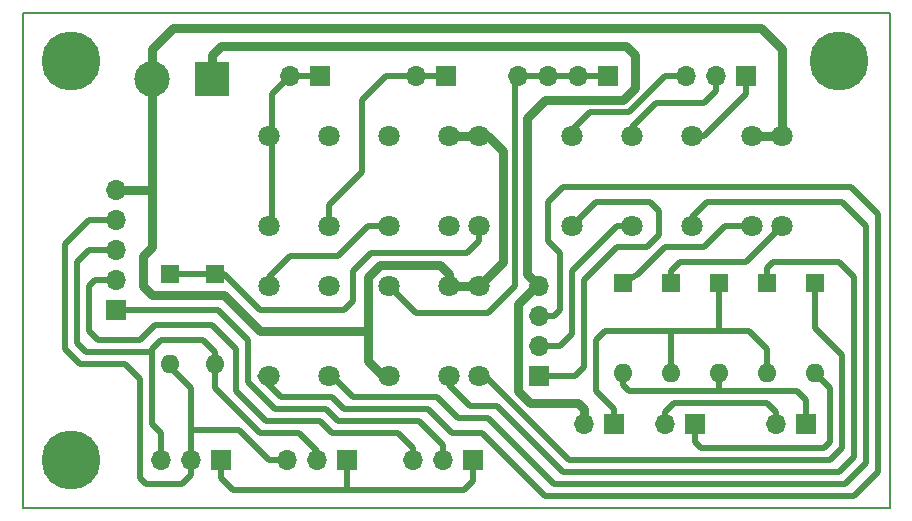
<source format=gbl>
G04 #@! TF.GenerationSoftware,KiCad,Pcbnew,5.0.2-bee76a0~70~ubuntu18.04.1*
G04 #@! TF.CreationDate,2020-04-21T14:12:21+02:00*
G04 #@! TF.ProjectId,FeuMontagne,4665754d-6f6e-4746-9167-6e652e6b6963,rev?*
G04 #@! TF.SameCoordinates,Original*
G04 #@! TF.FileFunction,Copper,L2,Bot*
G04 #@! TF.FilePolarity,Positive*
%FSLAX46Y46*%
G04 Gerber Fmt 4.6, Leading zero omitted, Abs format (unit mm)*
G04 Created by KiCad (PCBNEW 5.0.2-bee76a0~70~ubuntu18.04.1) date mar. 21 avril 2020 14:12:21 CEST*
%MOMM*%
%LPD*%
G01*
G04 APERTURE LIST*
G04 #@! TA.AperFunction,NonConductor*
%ADD10C,0.150000*%
G04 #@! TD*
G04 #@! TA.AperFunction,ComponentPad*
%ADD11O,1.600000X1.600000*%
G04 #@! TD*
G04 #@! TA.AperFunction,ComponentPad*
%ADD12R,1.600000X1.600000*%
G04 #@! TD*
G04 #@! TA.AperFunction,ComponentPad*
%ADD13R,1.700000X1.700000*%
G04 #@! TD*
G04 #@! TA.AperFunction,ComponentPad*
%ADD14O,1.700000X1.700000*%
G04 #@! TD*
G04 #@! TA.AperFunction,ComponentPad*
%ADD15R,3.000000X3.000000*%
G04 #@! TD*
G04 #@! TA.AperFunction,ComponentPad*
%ADD16C,3.000000*%
G04 #@! TD*
G04 #@! TA.AperFunction,ComponentPad*
%ADD17C,1.800000*%
G04 #@! TD*
G04 #@! TA.AperFunction,ComponentPad*
%ADD18C,5.000000*%
G04 #@! TD*
G04 #@! TA.AperFunction,Conductor*
%ADD19C,0.500000*%
G04 #@! TD*
G04 #@! TA.AperFunction,Conductor*
%ADD20C,0.250000*%
G04 #@! TD*
G04 #@! TA.AperFunction,Conductor*
%ADD21C,0.750000*%
G04 #@! TD*
G04 APERTURE END LIST*
D10*
X169672000Y-73914000D02*
X96266000Y-73914000D01*
X169672000Y-115824000D02*
X169672000Y-73914000D01*
X96266000Y-115824000D02*
X169672000Y-115824000D01*
X96266000Y-73914000D02*
X96266000Y-115824000D01*
D11*
G04 #@! TO.P,D1,2*
G04 #@! TO.N,Net-(D1-Pad2)*
X108712000Y-103632000D03*
D12*
G04 #@! TO.P,D1,1*
G04 #@! TO.N,Net-(D1-Pad1)*
X108712000Y-96012000D03*
G04 #@! TD*
D11*
G04 #@! TO.P,D2,2*
G04 #@! TO.N,Net-(D2-Pad2)*
X112522000Y-103632000D03*
D12*
G04 #@! TO.P,D2,1*
G04 #@! TO.N,Net-(D1-Pad1)*
X112522000Y-96012000D03*
G04 #@! TD*
D11*
G04 #@! TO.P,D3,2*
G04 #@! TO.N,Net-(D3-Pad2)*
X151130000Y-104394000D03*
D12*
G04 #@! TO.P,D3,1*
G04 #@! TO.N,Net-(D3-Pad1)*
X151130000Y-96774000D03*
G04 #@! TD*
G04 #@! TO.P,D4,1*
G04 #@! TO.N,Net-(D4-Pad1)*
X147066000Y-96774000D03*
D11*
G04 #@! TO.P,D4,2*
G04 #@! TO.N,Net-(D4-Pad2)*
X147066000Y-104394000D03*
G04 #@! TD*
D12*
G04 #@! TO.P,D5,1*
G04 #@! TO.N,Net-(D5-Pad1)*
X163322000Y-96774000D03*
D11*
G04 #@! TO.P,D5,2*
G04 #@! TO.N,Net-(D5-Pad2)*
X163322000Y-104394000D03*
G04 #@! TD*
D12*
G04 #@! TO.P,D6,1*
G04 #@! TO.N,Net-(D6-Pad1)*
X159258000Y-96774000D03*
D11*
G04 #@! TO.P,D6,2*
G04 #@! TO.N,Net-(D3-Pad2)*
X159258000Y-104394000D03*
G04 #@! TD*
D12*
G04 #@! TO.P,D7,1*
G04 #@! TO.N,Net-(D3-Pad2)*
X155194000Y-96774000D03*
D11*
G04 #@! TO.P,D7,2*
G04 #@! TO.N,Net-(D4-Pad2)*
X155194000Y-104394000D03*
G04 #@! TD*
D13*
G04 #@! TO.P,K1,1*
G04 #@! TO.N,Net-(K1-Pad1)*
X104140000Y-99060000D03*
D14*
G04 #@! TO.P,K1,2*
G04 #@! TO.N,Net-(K1-Pad2)*
X104140000Y-96520000D03*
G04 #@! TO.P,K1,3*
G04 #@! TO.N,Net-(D2-Pad2)*
X104140000Y-93980000D03*
G04 #@! TO.P,K1,4*
G04 #@! TO.N,Net-(D1-Pad2)*
X104140000Y-91440000D03*
G04 #@! TO.P,K1,5*
G04 #@! TO.N,Net-(K1-Pad5)*
X104140000Y-88900000D03*
G04 #@! TD*
D13*
G04 #@! TO.P,K2,1*
G04 #@! TO.N,Net-(K2-Pad1)*
X113030000Y-111760000D03*
D14*
G04 #@! TO.P,K2,2*
G04 #@! TO.N,Net-(D1-Pad2)*
X110490000Y-111760000D03*
G04 #@! TO.P,K2,3*
G04 #@! TO.N,Net-(D2-Pad2)*
X107950000Y-111760000D03*
G04 #@! TD*
D13*
G04 #@! TO.P,K3,1*
G04 #@! TO.N,Net-(K2-Pad1)*
X123698000Y-111760000D03*
D14*
G04 #@! TO.P,K3,2*
G04 #@! TO.N,Net-(D2-Pad2)*
X121158000Y-111760000D03*
G04 #@! TO.P,K3,3*
G04 #@! TO.N,Net-(D1-Pad2)*
X118618000Y-111760000D03*
G04 #@! TD*
G04 #@! TO.P,K4,3*
G04 #@! TO.N,Net-(K1-Pad2)*
X129286000Y-111760000D03*
G04 #@! TO.P,K4,2*
G04 #@! TO.N,Net-(K1-Pad1)*
X131826000Y-111760000D03*
D13*
G04 #@! TO.P,K4,1*
G04 #@! TO.N,Net-(K2-Pad1)*
X134366000Y-111760000D03*
G04 #@! TD*
D15*
G04 #@! TO.P,K5,1*
G04 #@! TO.N,Net-(K10-Pad4)*
X112268000Y-79502000D03*
D16*
G04 #@! TO.P,K5,2*
G04 #@! TO.N,Net-(K1-Pad5)*
X107188000Y-79502000D03*
G04 #@! TD*
D14*
G04 #@! TO.P,K6,3*
G04 #@! TO.N,Net-(K6-Pad3)*
X152400000Y-79248000D03*
G04 #@! TO.P,K6,2*
G04 #@! TO.N,Net-(K6-Pad2)*
X154940000Y-79248000D03*
D13*
G04 #@! TO.P,K6,1*
G04 #@! TO.N,Net-(K6-Pad1)*
X157480000Y-79248000D03*
G04 #@! TD*
G04 #@! TO.P,K7,1*
G04 #@! TO.N,Net-(K7-Pad1)*
X145796000Y-79248000D03*
D14*
G04 #@! TO.P,K7,2*
X143256000Y-79248000D03*
G04 #@! TO.P,K7,3*
X140716000Y-79248000D03*
G04 #@! TO.P,K7,4*
X138176000Y-79248000D03*
G04 #@! TD*
G04 #@! TO.P,K8,2*
G04 #@! TO.N,Net-(K8-Pad1)*
X129540000Y-79248000D03*
D13*
G04 #@! TO.P,K8,1*
X132080000Y-79248000D03*
G04 #@! TD*
G04 #@! TO.P,K9,1*
G04 #@! TO.N,Net-(K9-Pad1)*
X121412000Y-79248000D03*
D14*
G04 #@! TO.P,K9,2*
X118872000Y-79248000D03*
G04 #@! TD*
G04 #@! TO.P,K10,4*
G04 #@! TO.N,Net-(K10-Pad4)*
X139954000Y-97028000D03*
G04 #@! TO.P,K10,3*
G04 #@! TO.N,Net-(K10-Pad3)*
X139954000Y-99568000D03*
G04 #@! TO.P,K10,2*
G04 #@! TO.N,Net-(K10-Pad2)*
X139954000Y-102108000D03*
D13*
G04 #@! TO.P,K10,1*
G04 #@! TO.N,Net-(K10-Pad1)*
X139954000Y-104648000D03*
G04 #@! TD*
D14*
G04 #@! TO.P,K11,2*
G04 #@! TO.N,Net-(K10-Pad4)*
X143764000Y-108712000D03*
D13*
G04 #@! TO.P,K11,1*
G04 #@! TO.N,Net-(D3-Pad2)*
X146304000Y-108712000D03*
G04 #@! TD*
G04 #@! TO.P,K12,1*
G04 #@! TO.N,Net-(D4-Pad2)*
X162560000Y-108712000D03*
D14*
G04 #@! TO.P,K12,2*
G04 #@! TO.N,Net-(K12-Pad2)*
X160020000Y-108712000D03*
G04 #@! TD*
G04 #@! TO.P,K13,2*
G04 #@! TO.N,Net-(K12-Pad2)*
X150622000Y-108712000D03*
D13*
G04 #@! TO.P,K13,1*
G04 #@! TO.N,Net-(D5-Pad2)*
X153162000Y-108712000D03*
G04 #@! TD*
D17*
G04 #@! TO.P,RLY-A1,1*
G04 #@! TO.N,Net-(D3-Pad1)*
X160528000Y-91948000D03*
G04 #@! TO.P,RLY-A1,2*
G04 #@! TO.N,Net-(D4-Pad1)*
X157988000Y-91948000D03*
G04 #@! TO.P,RLY-A1,4*
G04 #@! TO.N,Net-(RLY-A1-Pad4)*
X152908000Y-91948000D03*
G04 #@! TO.P,RLY-A1,6*
G04 #@! TO.N,Net-(K10-Pad2)*
X147828000Y-91948000D03*
G04 #@! TO.P,RLY-A1,8*
G04 #@! TO.N,Net-(K10-Pad1)*
X142748000Y-91948000D03*
G04 #@! TO.P,RLY-A1,16*
G04 #@! TO.N,Net-(K1-Pad5)*
X160528000Y-84328000D03*
G04 #@! TO.P,RLY-A1,15*
X157988000Y-84328000D03*
G04 #@! TO.P,RLY-A1,13*
G04 #@! TO.N,Net-(K6-Pad1)*
X152908000Y-84328000D03*
G04 #@! TO.P,RLY-A1,11*
G04 #@! TO.N,Net-(K6-Pad2)*
X147828000Y-84328000D03*
G04 #@! TO.P,RLY-A1,9*
G04 #@! TO.N,Net-(K6-Pad3)*
X142748000Y-84328000D03*
G04 #@! TD*
G04 #@! TO.P,RLY-B1,9*
G04 #@! TO.N,Net-(RLY-B1-Pad9)*
X117094000Y-97028000D03*
G04 #@! TO.P,RLY-B1,11*
G04 #@! TO.N,Net-(RLY-B1-Pad11)*
X122174000Y-97028000D03*
G04 #@! TO.P,RLY-B1,13*
G04 #@! TO.N,Net-(K7-Pad1)*
X127254000Y-97028000D03*
G04 #@! TO.P,RLY-B1,15*
G04 #@! TO.N,Net-(K1-Pad5)*
X132334000Y-97028000D03*
G04 #@! TO.P,RLY-B1,16*
X134874000Y-97028000D03*
G04 #@! TO.P,RLY-B1,8*
G04 #@! TO.N,Net-(K10-Pad3)*
X117094000Y-104648000D03*
G04 #@! TO.P,RLY-B1,6*
G04 #@! TO.N,Net-(RLY-A1-Pad4)*
X122174000Y-104648000D03*
G04 #@! TO.P,RLY-B1,4*
G04 #@! TO.N,Net-(K1-Pad5)*
X127254000Y-104648000D03*
G04 #@! TO.P,RLY-B1,2*
G04 #@! TO.N,Net-(D6-Pad1)*
X132334000Y-104648000D03*
G04 #@! TO.P,RLY-B1,1*
G04 #@! TO.N,Net-(D5-Pad1)*
X134874000Y-104648000D03*
G04 #@! TD*
G04 #@! TO.P,RLY-C1,9*
G04 #@! TO.N,Net-(RLY-C1-Pad9)*
X117094000Y-84328000D03*
G04 #@! TO.P,RLY-C1,11*
G04 #@! TO.N,Net-(RLY-C1-Pad11)*
X122174000Y-84328000D03*
G04 #@! TO.P,RLY-C1,13*
G04 #@! TO.N,Net-(RLY-C1-Pad13)*
X127254000Y-84328000D03*
G04 #@! TO.P,RLY-C1,15*
G04 #@! TO.N,Net-(K1-Pad5)*
X132334000Y-84328000D03*
G04 #@! TO.P,RLY-C1,16*
X134874000Y-84328000D03*
G04 #@! TO.P,RLY-C1,8*
G04 #@! TO.N,Net-(K9-Pad1)*
X117094000Y-91948000D03*
G04 #@! TO.P,RLY-C1,6*
G04 #@! TO.N,Net-(K8-Pad1)*
X122174000Y-91948000D03*
G04 #@! TO.P,RLY-C1,4*
G04 #@! TO.N,Net-(RLY-B1-Pad9)*
X127254000Y-91948000D03*
G04 #@! TO.P,RLY-C1,2*
G04 #@! TO.N,Net-(RLY-C1-Pad2)*
X132334000Y-91948000D03*
G04 #@! TO.P,RLY-C1,1*
G04 #@! TO.N,Net-(D1-Pad1)*
X134874000Y-91948000D03*
G04 #@! TD*
D18*
G04 #@! TO.P,REF\002A\002A,1*
G04 #@! TO.N,N/C*
X100330000Y-111760000D03*
G04 #@! TD*
G04 #@! TO.P,REF\002A\002A,1*
G04 #@! TO.N,N/C*
X100330000Y-77978000D03*
G04 #@! TD*
G04 #@! TO.P,REF\002A\002A,1*
G04 #@! TO.N,N/C*
X165354000Y-77978000D03*
G04 #@! TD*
D19*
G04 #@! TO.N,Net-(D1-Pad2)*
X110490000Y-108458000D02*
X110490000Y-109220000D01*
X110490000Y-109220000D02*
X110490000Y-111760000D01*
X106680000Y-113792000D02*
X106172000Y-113284000D01*
X106172000Y-113284000D02*
X106172000Y-112014000D01*
X104140000Y-91440000D02*
X101854000Y-91440000D01*
X101854000Y-91440000D02*
X99822000Y-93472000D01*
X99822000Y-93472000D02*
X99822000Y-102362000D01*
X99822000Y-102362000D02*
X101092000Y-103632000D01*
X101092000Y-103632000D02*
X104902000Y-103632000D01*
X110490000Y-111760000D02*
X110490000Y-113030000D01*
X109728000Y-113792000D02*
X106680000Y-113792000D01*
X110490000Y-113030000D02*
X109728000Y-113792000D01*
X108712000Y-103632000D02*
X108712000Y-103886000D01*
X110490000Y-105664000D02*
X110490000Y-108458000D01*
X108712000Y-103886000D02*
X110490000Y-105664000D01*
X117094000Y-111760000D02*
X114554000Y-109220000D01*
X114554000Y-109220000D02*
X110490000Y-109220000D01*
X118618000Y-111760000D02*
X117094000Y-111760000D01*
X106172000Y-112014000D02*
X106172000Y-104902000D01*
X106172000Y-104902000D02*
X104902000Y-103632000D01*
G04 #@! TO.N,Net-(D1-Pad1)*
X134874000Y-91948000D02*
X134874000Y-93218000D01*
X123444000Y-99060000D02*
X118110000Y-99060000D01*
X124206000Y-98298000D02*
X123444000Y-99060000D01*
X124206000Y-95758000D02*
X124206000Y-98298000D01*
X125730000Y-94234000D02*
X124206000Y-95758000D01*
X133858000Y-94234000D02*
X125730000Y-94234000D01*
X134874000Y-93218000D02*
X133858000Y-94234000D01*
X118110000Y-99060000D02*
X116332000Y-99060000D01*
X113284000Y-96012000D02*
X112522000Y-96012000D01*
X115062000Y-97790000D02*
X113284000Y-96012000D01*
X116332000Y-99060000D02*
X115062000Y-97790000D01*
X108712000Y-96012000D02*
X112522000Y-96012000D01*
G04 #@! TO.N,Net-(D2-Pad2)*
X121158000Y-110998000D02*
X121158000Y-111760000D01*
X121158000Y-111760000D02*
X121158000Y-110998000D01*
X121158000Y-110998000D02*
X119634000Y-109474000D01*
X119634000Y-109474000D02*
X116332000Y-109474000D01*
X116332000Y-109474000D02*
X112522000Y-105664000D01*
X107188000Y-102616000D02*
X107188000Y-102362000D01*
X112522000Y-102616000D02*
X111506000Y-101600000D01*
X111506000Y-101600000D02*
X107950000Y-101600000D01*
X107950000Y-101600000D02*
X107188000Y-102362000D01*
X112522000Y-103632000D02*
X112522000Y-102616000D01*
X104140000Y-93980000D02*
X101854000Y-93980000D01*
X101600000Y-102616000D02*
X107188000Y-102616000D01*
X100838000Y-101854000D02*
X101600000Y-102616000D01*
X100838000Y-94996000D02*
X100838000Y-101854000D01*
X101854000Y-93980000D02*
X100838000Y-94996000D01*
X112522000Y-105664000D02*
X112522000Y-103632000D01*
X107950000Y-111760000D02*
X107950000Y-109474000D01*
X107188000Y-108712000D02*
X107188000Y-102616000D01*
X107950000Y-109474000D02*
X107188000Y-108712000D01*
G04 #@! TO.N,Net-(D3-Pad2)*
X159258000Y-102362000D02*
X159258000Y-104394000D01*
X157734000Y-100838000D02*
X159258000Y-102362000D01*
X145542000Y-100838000D02*
X151130000Y-100838000D01*
X151130000Y-100838000D02*
X155194000Y-100838000D01*
X155194000Y-100838000D02*
X157734000Y-100838000D01*
X144780000Y-101600000D02*
X145542000Y-100838000D01*
X144780000Y-103124000D02*
X144780000Y-101600000D01*
X151130000Y-104394000D02*
X151130000Y-100838000D01*
X155194000Y-96774000D02*
X155194000Y-100838000D01*
X146304000Y-108712000D02*
X146304000Y-107442000D01*
X144780000Y-105918000D02*
X144780000Y-103124000D01*
X146304000Y-107442000D02*
X144780000Y-105918000D01*
G04 #@! TO.N,Net-(D3-Pad1)*
X151130000Y-96774000D02*
X151130000Y-95758000D01*
X157480000Y-94996000D02*
X160528000Y-91948000D01*
X151892000Y-94996000D02*
X157480000Y-94996000D01*
X151130000Y-95758000D02*
X151892000Y-94996000D01*
G04 #@! TO.N,Net-(D4-Pad1)*
X157988000Y-91948000D02*
X155702000Y-91948000D01*
X155702000Y-91948000D02*
X153924000Y-93726000D01*
X153924000Y-93726000D02*
X150622000Y-93726000D01*
X150622000Y-93726000D02*
X148336000Y-96012000D01*
X148336000Y-96012000D02*
X147066000Y-96774000D01*
G04 #@! TO.N,Net-(D4-Pad2)*
X155194000Y-104394000D02*
X155194000Y-104902000D01*
X147066000Y-104394000D02*
X147066000Y-105410000D01*
X147574000Y-105918000D02*
X155194000Y-105918000D01*
X147066000Y-105410000D02*
X147574000Y-105918000D01*
X155194000Y-105918000D02*
X161798000Y-105918000D01*
X162560000Y-106680000D02*
X162560000Y-108712000D01*
X161798000Y-105918000D02*
X162560000Y-106680000D01*
X155194000Y-104394000D02*
X155194000Y-105918000D01*
G04 #@! TO.N,Net-(D5-Pad1)*
X163322000Y-96774000D02*
X163322000Y-100584000D01*
X163322000Y-100584000D02*
X165608000Y-102870000D01*
X165608000Y-102870000D02*
X165608000Y-110236000D01*
X134874000Y-104648000D02*
X135445500Y-104711500D01*
X142494000Y-111760000D02*
X135445500Y-104711500D01*
X165608000Y-110236000D02*
X165608000Y-110744000D01*
X164592000Y-111760000D02*
X142494000Y-111760000D01*
X165608000Y-110744000D02*
X164592000Y-111760000D01*
G04 #@! TO.N,Net-(D5-Pad2)*
X164592000Y-105664000D02*
X163322000Y-104394000D01*
X164592000Y-110236000D02*
X164592000Y-105664000D01*
X153162000Y-108712000D02*
X153162000Y-110236000D01*
X164084000Y-110744000D02*
X164592000Y-110236000D01*
X153670000Y-110744000D02*
X164084000Y-110744000D01*
X153162000Y-110236000D02*
X153670000Y-110744000D01*
D20*
G04 #@! TO.N,Net-(D6-Pad1)*
X132334000Y-105219500D02*
X132334000Y-104648000D01*
X132334000Y-104648000D02*
X132334000Y-105219500D01*
D19*
X159258000Y-96774000D02*
X159258000Y-95504000D01*
X159766000Y-94996000D02*
X163068000Y-94996000D01*
X159258000Y-95504000D02*
X159766000Y-94996000D01*
X166624000Y-103124000D02*
X166624000Y-111252000D01*
X166624000Y-103124000D02*
X166624000Y-102616000D01*
X166624000Y-111506000D02*
X165354000Y-112776000D01*
X165354000Y-112776000D02*
X141986000Y-112776000D01*
X166624000Y-111252000D02*
X166624000Y-111506000D01*
X137160000Y-107950000D02*
X136398000Y-107188000D01*
X141986000Y-112776000D02*
X137160000Y-107950000D01*
X132334000Y-104648000D02*
X132334000Y-105410000D01*
X132334000Y-105410000D02*
X133350000Y-106426000D01*
X133350000Y-106426000D02*
X134112000Y-107188000D01*
X134112000Y-107188000D02*
X135382000Y-107188000D01*
X135382000Y-107188000D02*
X136398000Y-107188000D01*
X136398000Y-107188000D02*
X135382000Y-107188000D01*
X163068000Y-94996000D02*
X165354000Y-94996000D01*
X166624000Y-96266000D02*
X166624000Y-102616000D01*
X165354000Y-94996000D02*
X166624000Y-96266000D01*
G04 #@! TO.N,Net-(K1-Pad1)*
X117602000Y-107442000D02*
X116840000Y-106680000D01*
X129794000Y-108458000D02*
X131826000Y-110490000D01*
X131826000Y-110490000D02*
X131826000Y-111760000D01*
X128270000Y-108458000D02*
X129794000Y-108458000D01*
X119126000Y-107442000D02*
X117602000Y-107442000D01*
X120904000Y-107442000D02*
X119126000Y-107442000D01*
X120904000Y-107442000D02*
X121920000Y-107442000D01*
X122936000Y-108458000D02*
X128270000Y-108458000D01*
X121920000Y-107442000D02*
X122936000Y-108458000D01*
X104140000Y-99060000D02*
X110744000Y-99060000D01*
X112776000Y-99060000D02*
X110744000Y-99060000D01*
X115316000Y-101600000D02*
X112776000Y-99060000D01*
X116840000Y-106680000D02*
X115570000Y-105410000D01*
X115316000Y-105156000D02*
X115316000Y-101600000D01*
X115570000Y-105410000D02*
X115316000Y-105156000D01*
G04 #@! TO.N,Net-(K1-Pad2)*
X119380000Y-108458000D02*
X118618000Y-108458000D01*
X107442000Y-100330000D02*
X106172000Y-101600000D01*
X109220000Y-100330000D02*
X107442000Y-100330000D01*
X128016000Y-109474000D02*
X129286000Y-110744000D01*
X129286000Y-110744000D02*
X129286000Y-111760000D01*
X123952000Y-109474000D02*
X128016000Y-109474000D01*
X114300000Y-102362000D02*
X112268000Y-100330000D01*
X112268000Y-100330000D02*
X109220000Y-100330000D01*
X122428000Y-109474000D02*
X123952000Y-109474000D01*
X121412000Y-108458000D02*
X122428000Y-109474000D01*
X119380000Y-108458000D02*
X121412000Y-108458000D01*
X116840000Y-108458000D02*
X116332000Y-107950000D01*
X118618000Y-108458000D02*
X116840000Y-108458000D01*
X102616000Y-101600000D02*
X106172000Y-101600000D01*
X101854000Y-100838000D02*
X102616000Y-101600000D01*
X101854000Y-97790000D02*
X101854000Y-100838000D01*
X104140000Y-96520000D02*
X102362000Y-96520000D01*
X101854000Y-97028000D02*
X101854000Y-97790000D01*
X102362000Y-96520000D02*
X101854000Y-97028000D01*
X116332000Y-107950000D02*
X114300000Y-105918000D01*
X114300000Y-105918000D02*
X114300000Y-102362000D01*
G04 #@! TO.N,Net-(K2-Pad1)*
X114046000Y-114300000D02*
X120904000Y-114300000D01*
X120904000Y-114300000D02*
X123698000Y-114300000D01*
X123698000Y-114300000D02*
X131064000Y-114300000D01*
X123698000Y-111760000D02*
X123698000Y-114300000D01*
X134366000Y-111760000D02*
X134366000Y-113538000D01*
X133604000Y-114300000D02*
X131064000Y-114300000D01*
X134366000Y-113538000D02*
X133604000Y-114300000D01*
X113030000Y-111760000D02*
X113030000Y-113284000D01*
X113030000Y-113284000D02*
X114046000Y-114300000D01*
D21*
G04 #@! TO.N,Net-(K10-Pad4)*
X113030000Y-76708000D02*
X136144000Y-76708000D01*
X138176000Y-98552000D02*
X138176000Y-105918000D01*
X139192000Y-106934000D02*
X138176000Y-105918000D01*
X140970000Y-106934000D02*
X139192000Y-106934000D01*
X143764000Y-107442000D02*
X143256000Y-106934000D01*
X143256000Y-106934000D02*
X140970000Y-106934000D01*
X143764000Y-108712000D02*
X143764000Y-107442000D01*
D19*
X147066000Y-81280000D02*
X141986000Y-81280000D01*
X141986000Y-81280000D02*
X141478000Y-81280000D01*
X139954000Y-97028000D02*
X139700000Y-97028000D01*
D21*
X139700000Y-97028000D02*
X138176000Y-98552000D01*
D19*
X138176000Y-98552000D02*
X138176000Y-105918000D01*
X138176000Y-105918000D02*
X139192000Y-106934000D01*
D21*
X136144000Y-76708000D02*
X147320000Y-76708000D01*
X148082000Y-80264000D02*
X147066000Y-81280000D01*
X148082000Y-77470000D02*
X148082000Y-80264000D01*
X147320000Y-76708000D02*
X148082000Y-77470000D01*
X147066000Y-81280000D02*
X141478000Y-81280000D01*
X112268000Y-79502000D02*
X112268000Y-77470000D01*
X112268000Y-77470000D02*
X113030000Y-76708000D01*
X141986000Y-81280000D02*
X140462000Y-81280000D01*
X138938000Y-96012000D02*
X139954000Y-97028000D01*
X138938000Y-82804000D02*
X138938000Y-96012000D01*
X140462000Y-81280000D02*
X138938000Y-82804000D01*
D19*
G04 #@! TO.N,Net-(K6-Pad3)*
X142748000Y-84328000D02*
X142748000Y-83820000D01*
X150622000Y-79248000D02*
X152400000Y-79248000D01*
X147574000Y-82296000D02*
X150622000Y-79248000D01*
X144272000Y-82296000D02*
X147574000Y-82296000D01*
X142748000Y-83820000D02*
X144272000Y-82296000D01*
G04 #@! TO.N,Net-(K6-Pad2)*
X147828000Y-84328000D02*
X147828000Y-83566000D01*
X154940000Y-80518000D02*
X154940000Y-79248000D01*
X153924000Y-81534000D02*
X154940000Y-80518000D01*
X149860000Y-81534000D02*
X153924000Y-81534000D01*
X147828000Y-83566000D02*
X149860000Y-81534000D01*
G04 #@! TO.N,Net-(K6-Pad1)*
X152908000Y-84328000D02*
X153924000Y-84328000D01*
X157480000Y-80772000D02*
X157480000Y-79248000D01*
X153924000Y-84328000D02*
X157480000Y-80772000D01*
G04 #@! TO.N,Net-(K7-Pad1)*
X145796000Y-79248000D02*
X143256000Y-79248000D01*
X143256000Y-79248000D02*
X140716000Y-79248000D01*
X140716000Y-79248000D02*
X138176000Y-79248000D01*
X127254000Y-97028000D02*
X129540000Y-99314000D01*
X129540000Y-99314000D02*
X135636000Y-99314000D01*
X135636000Y-99314000D02*
X137922000Y-97028000D01*
X138176000Y-79756000D02*
X138176000Y-79248000D01*
X137922000Y-80010000D02*
X138176000Y-79756000D01*
X137922000Y-80264000D02*
X137922000Y-80010000D01*
X137922000Y-80772000D02*
X137922000Y-80264000D01*
X137922000Y-81788000D02*
X137922000Y-80772000D01*
X137922000Y-90424000D02*
X137922000Y-81788000D01*
X137922000Y-91948000D02*
X137922000Y-90424000D01*
X137922000Y-97028000D02*
X137922000Y-91948000D01*
G04 #@! TO.N,Net-(K8-Pad1)*
X129540000Y-79248000D02*
X132080000Y-79248000D01*
X122174000Y-91948000D02*
X122174000Y-90170000D01*
X127000000Y-79248000D02*
X129540000Y-79248000D01*
X124968000Y-81280000D02*
X127000000Y-79248000D01*
X124968000Y-87376000D02*
X124968000Y-81280000D01*
X122174000Y-90170000D02*
X124968000Y-87376000D01*
G04 #@! TO.N,Net-(K9-Pad1)*
X117094000Y-91948000D02*
X117348000Y-91948000D01*
X117348000Y-80772000D02*
X118872000Y-79248000D01*
X117348000Y-89662000D02*
X117348000Y-80772000D01*
X117348000Y-91948000D02*
X117348000Y-89662000D01*
X118872000Y-79248000D02*
X121412000Y-79248000D01*
G04 #@! TO.N,Net-(K10-Pad3)*
X161290000Y-88646000D02*
X151384000Y-88646000D01*
X151384000Y-88646000D02*
X144780000Y-88646000D01*
X143510000Y-88646000D02*
X144780000Y-88646000D01*
X141986000Y-88646000D02*
X143510000Y-88646000D01*
X140716000Y-89916000D02*
X141986000Y-88646000D01*
X168656000Y-100838000D02*
X168656000Y-112522000D01*
X168656000Y-100838000D02*
X168656000Y-100584000D01*
X168656000Y-112776000D02*
X166624000Y-114808000D01*
X166624000Y-114808000D02*
X140462000Y-114808000D01*
X168656000Y-112522000D02*
X168656000Y-112776000D01*
X132588000Y-109474000D02*
X135128000Y-109474000D01*
X135128000Y-109474000D02*
X135382000Y-109728000D01*
X131064000Y-107950000D02*
X132588000Y-109474000D01*
X130556000Y-107442000D02*
X131064000Y-107950000D01*
X125476000Y-107442000D02*
X130556000Y-107442000D01*
X125476000Y-107442000D02*
X124460000Y-107442000D01*
X124460000Y-107442000D02*
X123444000Y-107442000D01*
X123444000Y-107442000D02*
X122428000Y-106426000D01*
X122428000Y-106426000D02*
X118110000Y-106426000D01*
X118110000Y-106426000D02*
X116395500Y-104711500D01*
X116395500Y-104711500D02*
X117094000Y-104648000D01*
X140462000Y-114808000D02*
X135382000Y-109728000D01*
X141732000Y-94234000D02*
X140716000Y-93218000D01*
X141732000Y-96774000D02*
X141732000Y-94234000D01*
X140716000Y-93218000D02*
X140716000Y-89916000D01*
X141732000Y-99060000D02*
X141732000Y-96774000D01*
X141224000Y-99568000D02*
X141732000Y-99060000D01*
X139954000Y-99568000D02*
X141224000Y-99568000D01*
X161290000Y-88646000D02*
X166370000Y-88646000D01*
X168656000Y-90932000D02*
X168656000Y-100584000D01*
X166370000Y-88646000D02*
X168656000Y-90932000D01*
G04 #@! TO.N,Net-(K10-Pad2)*
X142748000Y-95758000D02*
X146558000Y-91948000D01*
X142748000Y-99822000D02*
X142748000Y-95758000D01*
X142748000Y-101092000D02*
X142748000Y-99822000D01*
X146558000Y-91948000D02*
X147828000Y-91948000D01*
X141732000Y-102108000D02*
X142748000Y-101092000D01*
X139954000Y-102108000D02*
X141732000Y-102108000D01*
G04 #@! TO.N,Net-(K10-Pad1)*
X144780000Y-89916000D02*
X142748000Y-91948000D01*
X146558000Y-93726000D02*
X149098000Y-93726000D01*
X149098000Y-93726000D02*
X150114000Y-92710000D01*
X150114000Y-92710000D02*
X150114000Y-90678000D01*
X150114000Y-90678000D02*
X149352000Y-89916000D01*
X149352000Y-89916000D02*
X144780000Y-89916000D01*
X144526000Y-95758000D02*
X146558000Y-93726000D01*
X143764000Y-96520000D02*
X144526000Y-95758000D01*
X143764000Y-102362000D02*
X143764000Y-96520000D01*
X143764000Y-103886000D02*
X143764000Y-102362000D01*
X143002000Y-104648000D02*
X143764000Y-103886000D01*
X139954000Y-104648000D02*
X143002000Y-104648000D01*
G04 #@! TO.N,Net-(K12-Pad2)*
X151384000Y-106934000D02*
X159258000Y-106934000D01*
X150622000Y-108712000D02*
X150622000Y-107696000D01*
X150622000Y-107696000D02*
X151384000Y-106934000D01*
X160020000Y-108712000D02*
X160020000Y-107696000D01*
X160020000Y-107696000D02*
X159258000Y-106934000D01*
X159258000Y-106934000D02*
X151384000Y-106934000D01*
X151384000Y-106934000D02*
X150622000Y-107696000D01*
X150622000Y-107696000D02*
X150622000Y-108712000D01*
G04 #@! TO.N,Net-(RLY-A1-Pad4)*
X152908000Y-91186000D02*
X154178000Y-89916000D01*
X152908000Y-91948000D02*
X152908000Y-91186000D01*
X154178000Y-89916000D02*
X160782000Y-89916000D01*
X167640000Y-101854000D02*
X167640000Y-111760000D01*
X140716000Y-113284000D02*
X135890000Y-108458000D01*
X122491500Y-104711500D02*
X122174000Y-104648000D01*
X124206000Y-106426000D02*
X122491500Y-104711500D01*
X127000000Y-106426000D02*
X124206000Y-106426000D01*
X127000000Y-106426000D02*
X131318000Y-106426000D01*
X131318000Y-106426000D02*
X132334000Y-107442000D01*
X132334000Y-107442000D02*
X133096000Y-108204000D01*
X135636000Y-108204000D02*
X135890000Y-108458000D01*
X133096000Y-108204000D02*
X135636000Y-108204000D01*
X167640000Y-111760000D02*
X167640000Y-112014000D01*
X165862000Y-113792000D02*
X142240000Y-113792000D01*
X167640000Y-112014000D02*
X165862000Y-113792000D01*
X142240000Y-113792000D02*
X141224000Y-113792000D01*
X141224000Y-113792000D02*
X140716000Y-113284000D01*
X160782000Y-89916000D02*
X165608000Y-89916000D01*
X167640000Y-91948000D02*
X167640000Y-101854000D01*
X165608000Y-89916000D02*
X167640000Y-91948000D01*
G04 #@! TO.N,Net-(RLY-B1-Pad9)*
X117094000Y-97028000D02*
X117094000Y-96266000D01*
X125476000Y-91948000D02*
X127254000Y-91948000D01*
X122936000Y-94488000D02*
X125476000Y-91948000D01*
X118872000Y-94488000D02*
X122936000Y-94488000D01*
X117094000Y-96266000D02*
X118872000Y-94488000D01*
D21*
G04 #@! TO.N,Net-(K1-Pad5)*
X134874000Y-84328000D02*
X132334000Y-84328000D01*
X160528000Y-84328000D02*
X157988000Y-84328000D01*
X108966000Y-75184000D02*
X155956000Y-75184000D01*
X160528000Y-84328000D02*
X160528000Y-76962000D01*
X158750000Y-75184000D02*
X155956000Y-75184000D01*
X160528000Y-76962000D02*
X158750000Y-75184000D01*
X134874000Y-97028000D02*
X132334000Y-97028000D01*
X107188000Y-97790000D02*
X106426000Y-97028000D01*
X106426000Y-97028000D02*
X106426000Y-94488000D01*
X108204000Y-97790000D02*
X107188000Y-97790000D01*
X115570000Y-100076000D02*
X113284000Y-97790000D01*
X113284000Y-97790000D02*
X108204000Y-97790000D01*
X125476000Y-97282000D02*
X125476000Y-100838000D01*
X115570000Y-100076000D02*
X116332000Y-100838000D01*
X116332000Y-100838000D02*
X125476000Y-100838000D01*
X132334000Y-96012000D02*
X132334000Y-97028000D01*
X127762000Y-95250000D02*
X131572000Y-95250000D01*
X131572000Y-95250000D02*
X132334000Y-96012000D01*
X127762000Y-95250000D02*
X126492000Y-95250000D01*
X125476000Y-96266000D02*
X125476000Y-97282000D01*
X126492000Y-95250000D02*
X125476000Y-96266000D01*
X134874000Y-97028000D02*
X136652000Y-95250000D01*
X136652000Y-95250000D02*
X136906000Y-94996000D01*
X136906000Y-94996000D02*
X136906000Y-85598000D01*
X136906000Y-85598000D02*
X135636000Y-84328000D01*
X135636000Y-84328000D02*
X134874000Y-84328000D01*
X107188000Y-79502000D02*
X107188000Y-76962000D01*
X107188000Y-76962000D02*
X108966000Y-75184000D01*
D19*
X127254000Y-104648000D02*
X126746000Y-104648000D01*
D21*
X125476000Y-103378000D02*
X125476000Y-97282000D01*
X126746000Y-104648000D02*
X125476000Y-103378000D01*
X107188000Y-79502000D02*
X107188000Y-88900000D01*
X107188000Y-88900000D02*
X107188000Y-93726000D01*
X107188000Y-93726000D02*
X106426000Y-94488000D01*
X104140000Y-88900000D02*
X107188000Y-88900000D01*
X107188000Y-88900000D02*
X106934000Y-88900000D01*
X106934000Y-88900000D02*
X107188000Y-88900000D01*
G04 #@! TD*
M02*

</source>
